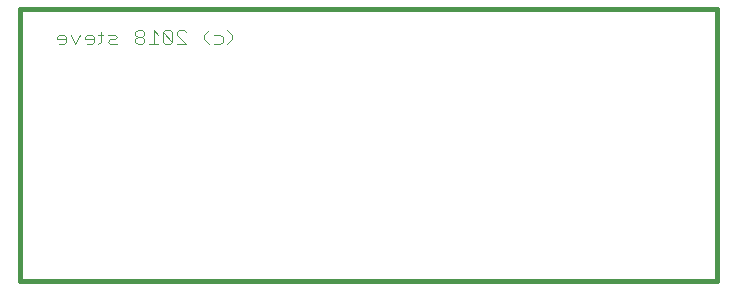
<source format=gbo>
G75*
%MOIN*%
%OFA0B0*%
%FSLAX25Y25*%
%IPPOS*%
%LPD*%
%AMOC8*
5,1,8,0,0,1.08239X$1,22.5*
%
%ADD10C,0.01600*%
%ADD11C,0.00400*%
D10*
X0001800Y0001800D02*
X0001800Y0092351D01*
X0234083Y0092351D01*
X0234083Y0001800D01*
X0001800Y0001800D01*
D11*
X0014917Y0080740D02*
X0016452Y0080740D01*
X0017219Y0081507D01*
X0017219Y0083042D01*
X0016452Y0083809D01*
X0014917Y0083809D01*
X0014150Y0083042D01*
X0014150Y0082275D01*
X0017219Y0082275D01*
X0018754Y0083809D02*
X0020288Y0080740D01*
X0021823Y0083809D01*
X0023358Y0083042D02*
X0023358Y0082275D01*
X0026427Y0082275D01*
X0026427Y0083042D02*
X0026427Y0081507D01*
X0025660Y0080740D01*
X0024125Y0080740D01*
X0027962Y0080740D02*
X0028729Y0081507D01*
X0028729Y0084577D01*
X0029496Y0083809D02*
X0027962Y0083809D01*
X0026427Y0083042D02*
X0025660Y0083809D01*
X0024125Y0083809D01*
X0023358Y0083042D01*
X0031031Y0083809D02*
X0033333Y0083809D01*
X0034100Y0083042D01*
X0033333Y0082275D01*
X0031798Y0082275D01*
X0031031Y0081507D01*
X0031798Y0080740D01*
X0034100Y0080740D01*
X0040239Y0081507D02*
X0041006Y0080740D01*
X0042541Y0080740D01*
X0043308Y0081507D01*
X0043308Y0082275D01*
X0042541Y0083042D01*
X0041006Y0083042D01*
X0040239Y0082275D01*
X0040239Y0081507D01*
X0041006Y0083042D02*
X0040239Y0083809D01*
X0040239Y0084577D01*
X0041006Y0085344D01*
X0042541Y0085344D01*
X0043308Y0084577D01*
X0043308Y0083809D01*
X0042541Y0083042D01*
X0046377Y0085344D02*
X0046377Y0080740D01*
X0044843Y0080740D02*
X0047912Y0080740D01*
X0049447Y0081507D02*
X0050214Y0080740D01*
X0051748Y0080740D01*
X0052516Y0081507D01*
X0049447Y0084577D01*
X0049447Y0081507D01*
X0052516Y0081507D02*
X0052516Y0084577D01*
X0051748Y0085344D01*
X0050214Y0085344D01*
X0049447Y0084577D01*
X0047912Y0083809D02*
X0046377Y0085344D01*
X0054050Y0084577D02*
X0054818Y0085344D01*
X0056352Y0085344D01*
X0057120Y0084577D01*
X0054050Y0084577D02*
X0054050Y0083809D01*
X0057120Y0080740D01*
X0054050Y0080740D01*
X0063258Y0082275D02*
X0063258Y0083809D01*
X0064793Y0085344D01*
X0066328Y0083809D02*
X0068630Y0083809D01*
X0069397Y0083042D01*
X0069397Y0081507D01*
X0068630Y0080740D01*
X0066328Y0080740D01*
X0064793Y0080740D02*
X0063258Y0082275D01*
X0070932Y0080740D02*
X0072466Y0082275D01*
X0072466Y0083809D01*
X0070932Y0085344D01*
M02*

</source>
